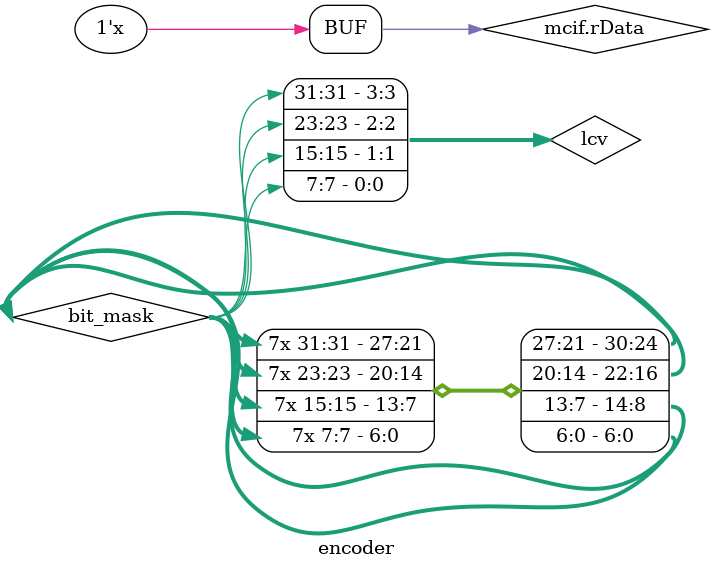
<source format=sv>
/*
Encoder block for memory controller
Fall 2014
*/

//Interfaces
`include "memory_control_if.vh"

module encoder(memory_control_if.encoder mcif);

parameter N_SRAM = 1;
parameter INVERT_CE_EN = 0;

localparam SIZE_WORD = 2'h2;
localparam SIZE_HALF_WORD = 2'h1;
localparam SIZE_QUARTER_WORD = 2'h0;

//Internal Signals
logic [31:0] rData_in, word;
logic [15:0] half_word;
logic [7:0]  quarter_word;	
logic [3:0] byte_sel;
logic [N_SRAM : 0] rData_sel;
logic [3:0] lcv;
logic [31:0] bit_mask;


//Determine polarity of byte/sram enables
assign rData_sel = mcif.sram_en ^ INVERT_CE_EN;
assign lcv = mcif.latched_byte_en ^ INVERT_CE_EN;
assign bit_mask = {{8{lcv[3]}}, {8{lcv[2]}}, {8{lcv[1]}}, {8{lcv[0]}}};	//byte-enable used to mask latched data
		
assign mcif.rData = mcif.ram_rData[0];

//always_comb begin
//	//Set Defaults
//	rData_in = '0;
//	quarter_word = '0;
//	half_word = '0;
//	word = '0;
//
//
//	// Select appropriate SRAM input using the one-hot sram enable
//	for(int index = 0; index < N_SRAM; index++) begin
//		if(rData_sel == ((2'b1 << index)^INVERT_CE_EN)) begin
//			rData_in = mcif.ram_rData[index];	//default read data
//			if(mcif.latched_flag && ((mcif.latched_addr & 32'hFFFFFFFC) == mcif.read_addr)) begin
//				//latched data masked with latched byte enable, read fills in rest of 32 bits
//				rData_in = (mcif.latched_data & bit_mask) | (mcif.ram_rData[index] & ~bit_mask);
//			end
//		end
//	end
//
//	//Duplicate the bytes to fit ARM standard, based on the intended size
//	case(mcif.read_size)
//		SIZE_QUARTER_WORD	: begin	
//			byte_sel	 = 4'b1 << mcif.read_addr[1:0];
//		end
//		SIZE_HALF_WORD	: begin
//			byte_sel	 = 4'd3 << mcif.read_addr[1:0];
//		end
//		SIZE_WORD	: begin
//			byte_sel	 = 4'b1111;
//		end
//		default : begin
//			byte_sel	 = 4'b0;
//		end
//	endcase
//
//	//Select appropriate bytes (lanes) using the byte enable
//	case(byte_sel)
//		4'h1	:	quarter_word = rData_in[7:0];
//		4'h2	:	quarter_word = rData_in[15:8];
//		4'h4	:	quarter_word = rData_in[23:16];
//		4'h8	:	quarter_word = rData_in[31:24];
//		4'h3	:	half_word 	 = rData_in[15:0];
//		4'hC	:	half_word 	 = rData_in[31:16];
//		4'hF 	:	word 		     = rData_in;
//	endcase
//
//	//Duplicate the bytes to fit ARM standard, based on the intended size
//	case(mcif.read_size)
//		SIZE_QUARTER_WORD	: begin	
//			mcif.rData	 = {4{quarter_word}};
//		end
//		SIZE_HALF_WORD	: begin
//			mcif.rData	 = {2{half_word}};
//		end
//		SIZE_WORD	: begin
//			mcif.rData	 = word;
//		end
//		default : begin
//			mcif.rData 	 = 32'hBAD1BAD1;
//		end
//	endcase
//end

	

endmodule

</source>
